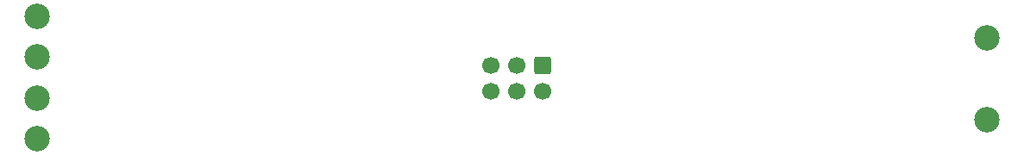
<source format=gbr>
%TF.GenerationSoftware,KiCad,Pcbnew,(6.0.9-0)*%
%TF.CreationDate,2023-10-23T19:08:13-03:00*%
%TF.ProjectId,MotorizedFaderPCB_1,4d6f746f-7269-47a6-9564-466164657250,rev?*%
%TF.SameCoordinates,Original*%
%TF.FileFunction,Soldermask,Top*%
%TF.FilePolarity,Negative*%
%FSLAX46Y46*%
G04 Gerber Fmt 4.6, Leading zero omitted, Abs format (unit mm)*
G04 Created by KiCad (PCBNEW (6.0.9-0)) date 2023-10-23 19:08:13*
%MOMM*%
%LPD*%
G01*
G04 APERTURE LIST*
G04 Aperture macros list*
%AMRoundRect*
0 Rectangle with rounded corners*
0 $1 Rounding radius*
0 $2 $3 $4 $5 $6 $7 $8 $9 X,Y pos of 4 corners*
0 Add a 4 corners polygon primitive as box body*
4,1,4,$2,$3,$4,$5,$6,$7,$8,$9,$2,$3,0*
0 Add four circle primitives for the rounded corners*
1,1,$1+$1,$2,$3*
1,1,$1+$1,$4,$5*
1,1,$1+$1,$6,$7*
1,1,$1+$1,$8,$9*
0 Add four rect primitives between the rounded corners*
20,1,$1+$1,$2,$3,$4,$5,0*
20,1,$1+$1,$4,$5,$6,$7,0*
20,1,$1+$1,$6,$7,$8,$9,0*
20,1,$1+$1,$8,$9,$2,$3,0*%
G04 Aperture macros list end*
%ADD10RoundRect,0.250000X-0.600000X0.600000X-0.600000X-0.600000X0.600000X-0.600000X0.600000X0.600000X0*%
%ADD11C,1.700000*%
%ADD12C,2.500000*%
G04 APERTURE END LIST*
D10*
%TO.C,IDC_Conn*%
X188735000Y-82137500D03*
D11*
X188735000Y-84677500D03*
X186195000Y-82137500D03*
X186195000Y-84677500D03*
X183655000Y-82137500D03*
X183655000Y-84677500D03*
%TD*%
D12*
%TO.C,U1*%
X232300000Y-79415000D03*
X232300000Y-87415000D03*
X139100000Y-81290000D03*
X139100000Y-85290000D03*
X139100000Y-89290000D03*
X139100000Y-77290000D03*
%TD*%
M02*

</source>
